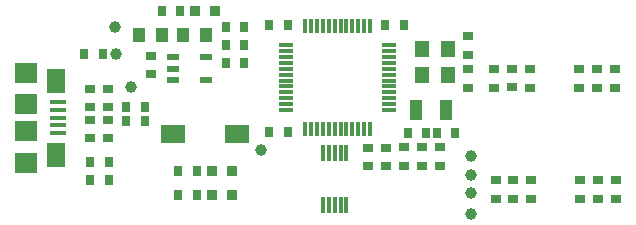
<source format=gtp>
G04 Layer_Color=8421504*
%FSLAX25Y25*%
%MOIN*%
G70*
G01*
G75*
%ADD10R,0.07874X0.06299*%
%ADD11R,0.01181X0.04724*%
%ADD12R,0.04724X0.01181*%
%ADD13R,0.01181X0.05512*%
%ADD14R,0.04724X0.05512*%
%ADD15R,0.03937X0.07087*%
%ADD16R,0.04331X0.02362*%
%ADD17C,0.03937*%
%ADD18R,0.05315X0.01575*%
%ADD19R,0.06299X0.08268*%
%ADD20R,0.07480X0.07087*%
%ADD21R,0.03937X0.05118*%
%ADD22R,0.03543X0.02756*%
%ADD23R,0.02756X0.03543*%
%ADD24R,0.03347X0.03740*%
D10*
X36516Y33858D02*
D03*
X57776D02*
D03*
D11*
X102067Y35433D02*
D03*
X100098D02*
D03*
X98130D02*
D03*
X96161D02*
D03*
X94193D02*
D03*
X92224D02*
D03*
X90256D02*
D03*
X88287D02*
D03*
X86319D02*
D03*
X84350D02*
D03*
X82382D02*
D03*
X80413D02*
D03*
Y69685D02*
D03*
X82382D02*
D03*
X84350D02*
D03*
X86319D02*
D03*
X88287D02*
D03*
X90256D02*
D03*
X92224D02*
D03*
X94193D02*
D03*
X96161D02*
D03*
X98130D02*
D03*
X100098D02*
D03*
X102067D02*
D03*
D12*
X74114Y41732D02*
D03*
Y43701D02*
D03*
Y45669D02*
D03*
Y51575D02*
D03*
Y53543D02*
D03*
Y55512D02*
D03*
Y57480D02*
D03*
Y59449D02*
D03*
Y61417D02*
D03*
Y63386D02*
D03*
X108366D02*
D03*
Y61417D02*
D03*
Y59449D02*
D03*
Y57480D02*
D03*
Y55512D02*
D03*
Y53543D02*
D03*
Y51575D02*
D03*
Y49606D02*
D03*
Y47638D02*
D03*
Y45669D02*
D03*
Y43701D02*
D03*
Y41732D02*
D03*
X74114Y49606D02*
D03*
Y47638D02*
D03*
D13*
X94193Y27559D02*
D03*
X92224D02*
D03*
X90256D02*
D03*
X88287D02*
D03*
X86319D02*
D03*
X94193Y10236D02*
D03*
X92224D02*
D03*
X90256D02*
D03*
X88287D02*
D03*
X86319D02*
D03*
D14*
X127953Y53445D02*
D03*
Y62106D02*
D03*
X119291Y53445D02*
D03*
Y62106D02*
D03*
D15*
X117421Y41831D02*
D03*
X127264D02*
D03*
D16*
X36417Y59310D02*
D03*
X47441D02*
D03*
X36417Y55570D02*
D03*
Y51830D02*
D03*
X47441D02*
D03*
D17*
X135663Y13943D02*
D03*
Y7185D02*
D03*
X135630Y19980D02*
D03*
X135663Y26575D02*
D03*
X65551Y28375D02*
D03*
X17126Y69291D02*
D03*
X22343Y49409D02*
D03*
X17323Y60433D02*
D03*
D18*
X-1969Y39173D02*
D03*
Y41732D02*
D03*
Y36614D02*
D03*
Y44291D02*
D03*
Y34055D02*
D03*
D19*
X-2461Y26772D02*
D03*
Y51575D02*
D03*
D20*
X-12500Y34646D02*
D03*
Y43701D02*
D03*
Y24213D02*
D03*
Y54134D02*
D03*
D21*
X39587Y66732D02*
D03*
X47224D02*
D03*
X32658D02*
D03*
X25020D02*
D03*
D22*
X29035Y53598D02*
D03*
Y59819D02*
D03*
X8661Y38543D02*
D03*
Y32323D02*
D03*
Y48878D02*
D03*
Y42658D02*
D03*
X113287Y23071D02*
D03*
Y29291D02*
D03*
X119291Y23071D02*
D03*
Y29291D02*
D03*
X134646Y60177D02*
D03*
Y66398D02*
D03*
X134547Y49154D02*
D03*
Y55374D02*
D03*
X149803Y18268D02*
D03*
Y12047D02*
D03*
X178051D02*
D03*
Y18268D02*
D03*
X177856Y55374D02*
D03*
Y49154D02*
D03*
X125295Y23071D02*
D03*
Y29291D02*
D03*
X149351Y55499D02*
D03*
Y49278D02*
D03*
X14665Y38543D02*
D03*
Y32323D02*
D03*
Y48878D02*
D03*
Y42658D02*
D03*
X101279Y29193D02*
D03*
Y22972D02*
D03*
X107283Y23031D02*
D03*
Y29252D02*
D03*
X155807Y18268D02*
D03*
Y12047D02*
D03*
X143898Y18268D02*
D03*
Y12047D02*
D03*
X184055Y12146D02*
D03*
Y18366D02*
D03*
X172047Y12087D02*
D03*
Y18307D02*
D03*
X183858Y55374D02*
D03*
Y49154D02*
D03*
X171803Y55400D02*
D03*
Y49180D02*
D03*
X155315Y49252D02*
D03*
Y55472D02*
D03*
X143307Y49252D02*
D03*
Y55472D02*
D03*
D23*
X53878Y69587D02*
D03*
X60098D02*
D03*
X53878Y57579D02*
D03*
X60098D02*
D03*
X74665Y70079D02*
D03*
X68445D02*
D03*
X107028D02*
D03*
X113248D02*
D03*
X74665Y34350D02*
D03*
X68445D02*
D03*
X8701Y18504D02*
D03*
X14921D02*
D03*
X130472Y34252D02*
D03*
X124252D02*
D03*
X120827D02*
D03*
X114606D02*
D03*
X60098Y63583D02*
D03*
X53878D02*
D03*
X38839Y74902D02*
D03*
X32618D02*
D03*
X6772Y60335D02*
D03*
X12992D02*
D03*
X26929Y42815D02*
D03*
X20709D02*
D03*
X20807Y38091D02*
D03*
X27028D02*
D03*
X44252Y21358D02*
D03*
X38032D02*
D03*
Y13386D02*
D03*
X44252D02*
D03*
X8701Y24508D02*
D03*
X14921D02*
D03*
D24*
X43701Y74902D02*
D03*
X50394D02*
D03*
X56102Y21358D02*
D03*
X49409D02*
D03*
Y13484D02*
D03*
X56102D02*
D03*
M02*

</source>
